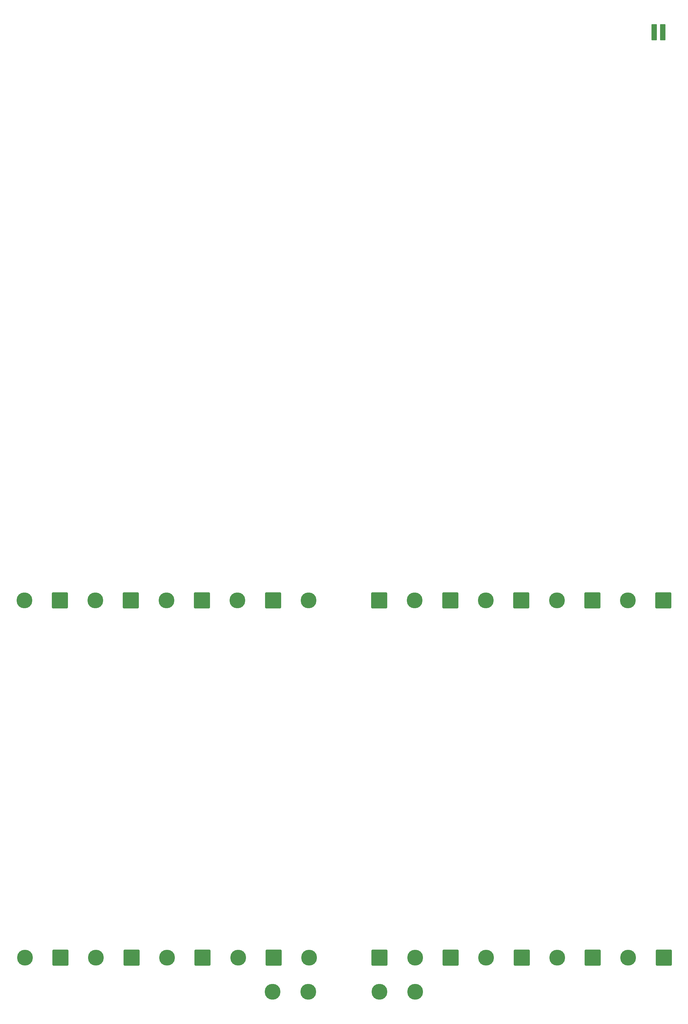
<source format=gbs>
G04 #@! TF.GenerationSoftware,KiCad,Pcbnew,7.0.6*
G04 #@! TF.CreationDate,2024-11-03T17:15:59-05:00*
G04 #@! TF.ProjectId,Center_Flex_V1,43656e74-6572-45f4-966c-65785f56312e,rev?*
G04 #@! TF.SameCoordinates,Original*
G04 #@! TF.FileFunction,Soldermask,Bot*
G04 #@! TF.FilePolarity,Negative*
%FSLAX46Y46*%
G04 Gerber Fmt 4.6, Leading zero omitted, Abs format (unit mm)*
G04 Created by KiCad (PCBNEW 7.0.6) date 2024-11-03 17:15:59*
%MOMM*%
%LPD*%
G01*
G04 APERTURE LIST*
G04 Aperture macros list*
%AMRoundRect*
0 Rectangle with rounded corners*
0 $1 Rounding radius*
0 $2 $3 $4 $5 $6 $7 $8 $9 X,Y pos of 4 corners*
0 Add a 4 corners polygon primitive as box body*
4,1,4,$2,$3,$4,$5,$6,$7,$8,$9,$2,$3,0*
0 Add four circle primitives for the rounded corners*
1,1,$1+$1,$2,$3*
1,1,$1+$1,$4,$5*
1,1,$1+$1,$6,$7*
1,1,$1+$1,$8,$9*
0 Add four rect primitives between the rounded corners*
20,1,$1+$1,$2,$3,$4,$5,0*
20,1,$1+$1,$4,$5,$6,$7,0*
20,1,$1+$1,$6,$7,$8,$9,0*
20,1,$1+$1,$8,$9,$2,$3,0*%
G04 Aperture macros list end*
%ADD10RoundRect,0.085000X-0.765000X-2.415000X0.765000X-2.415000X0.765000X2.415000X-0.765000X2.415000X0*%
%ADD11C,5.000000*%
%ADD12RoundRect,0.250000X-2.250000X-2.250000X2.250000X-2.250000X2.250000X2.250000X-2.250000X2.250000X0*%
G04 APERTURE END LIST*
D10*
X611250000Y-204500000D03*
X611250000Y-204500000D03*
X613950000Y-204500000D03*
X613950000Y-204500000D03*
D11*
X412700000Y-383600000D03*
X435300000Y-496200000D03*
X558200000Y-383600000D03*
X491000000Y-506900000D03*
D12*
X491300000Y-496200000D03*
D11*
X535900000Y-496200000D03*
X480100000Y-496200000D03*
X457500000Y-383600000D03*
D12*
X468900000Y-496200000D03*
D11*
X502200000Y-506900000D03*
X558300000Y-496200000D03*
D12*
X524700000Y-496200000D03*
D11*
X479900000Y-383600000D03*
X535900000Y-506900000D03*
D12*
X423900000Y-383600000D03*
D11*
X580600000Y-383600000D03*
X603000000Y-383600000D03*
D12*
X614300000Y-496200000D03*
D11*
X502500000Y-496200000D03*
D12*
X547000000Y-383600000D03*
D11*
X535800000Y-383600000D03*
D12*
X591900000Y-496200000D03*
X524600000Y-383600000D03*
X591800000Y-383600000D03*
X547100000Y-496200000D03*
D11*
X603100000Y-496200000D03*
D12*
X424100000Y-496200000D03*
X614200000Y-383600000D03*
X569400000Y-383600000D03*
D11*
X435100000Y-383600000D03*
D12*
X491100000Y-383600000D03*
X446300000Y-383600000D03*
X468700000Y-383600000D03*
D11*
X412900000Y-496200000D03*
X502300000Y-383600000D03*
D12*
X569500000Y-496200000D03*
X446500000Y-496200000D03*
D11*
X524700000Y-506900000D03*
X580700000Y-496200000D03*
X457700000Y-496200000D03*
M02*

</source>
